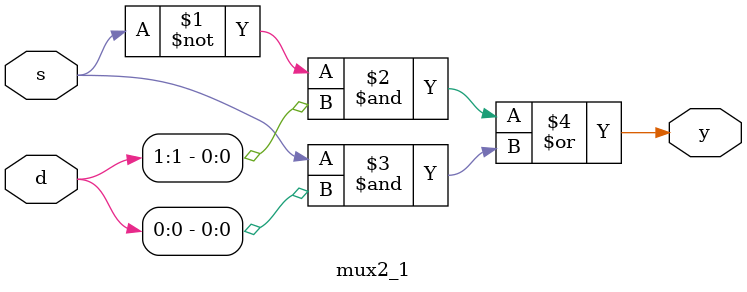
<source format=v>
`timescale 1ns / 1ps
module mux2_1(d,s,y);
input [1:0]d;
input s;
output y;
assign y=(~s&d[1])|(s&d[0]);
endmodule

</source>
